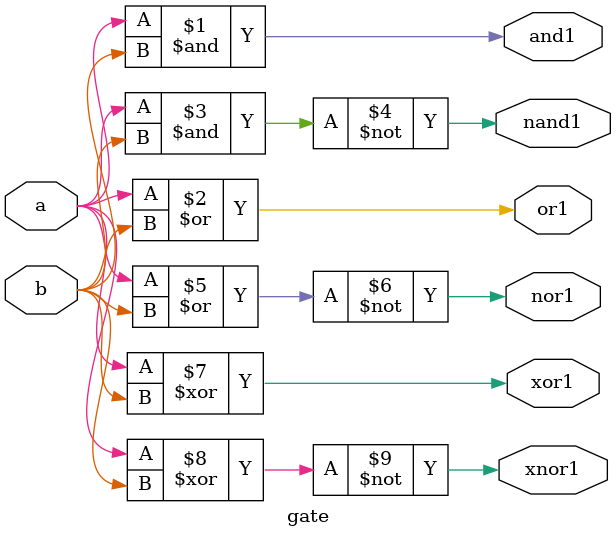
<source format=v>
module gate(input a,b, output and1,or1,nand1,nor1,xor1,xnor1);
and(and1,a,b);
or(or1,a,b);
nand(nand1,a,b);
nor(nor1,a,b);
xor(xor1,a,b);
xnor(xnor1,a,b);
endmodule


</source>
